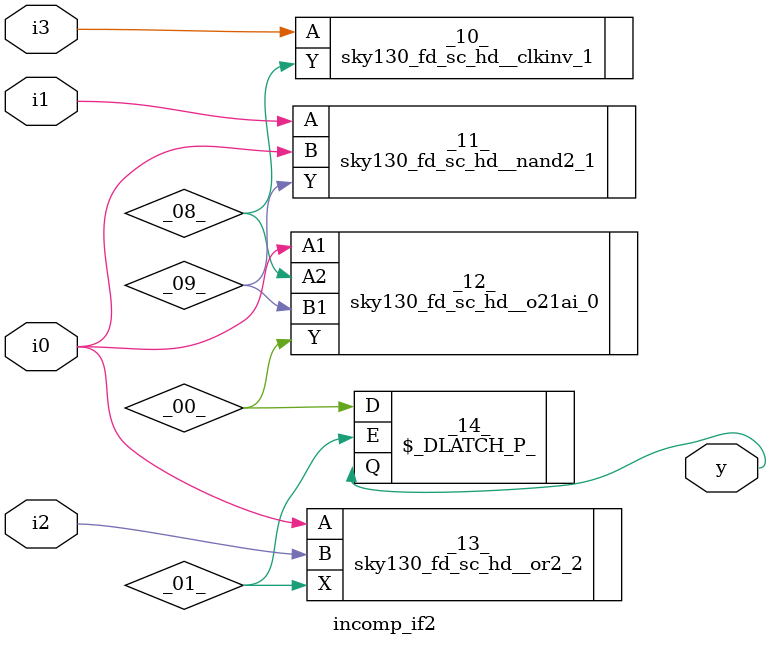
<source format=v>
/* Generated by Yosys 0.7 (git sha1 61f6811, gcc 6.2.0-11ubuntu1 -O2 -fdebug-prefix-map=/build/yosys-OIL3SR/yosys-0.7=. -fstack-protector-strong -fPIC -Os) */

module incomp_if2(i0, i1, i2, i3, y);
  wire _00_;
  wire _01_;
  wire _02_;
  wire _03_;
  wire _04_;
  wire _05_;
  wire _06_;
  wire _07_;
  wire _08_;
  wire _09_;
  input i0;
  input i1;
  input i2;
  input i3;
  output y;
  sky130_fd_sc_hd__clkinv_1 _10_ (
    .A(_02_),
    .Y(_08_)
  );
  sky130_fd_sc_hd__nand2_1 _11_ (
    .A(_03_),
    .B(_04_),
    .Y(_09_)
  );
  sky130_fd_sc_hd__o21ai_0 _12_ (
    .A1(_04_),
    .A2(_08_),
    .B1(_09_),
    .Y(_05_)
  );
  sky130_fd_sc_hd__or2_2 _13_ (
    .A(_04_),
    .B(_06_),
    .X(_07_)
  );
  \$_DLATCH_P_  _14_ (
    .D(_00_),
    .E(_01_),
    .Q(y)
  );
  assign _02_ = i3;
  assign _03_ = i1;
  assign _04_ = i0;
  assign _00_ = _05_;
  assign _06_ = i2;
  assign _01_ = _07_;
endmodule

</source>
